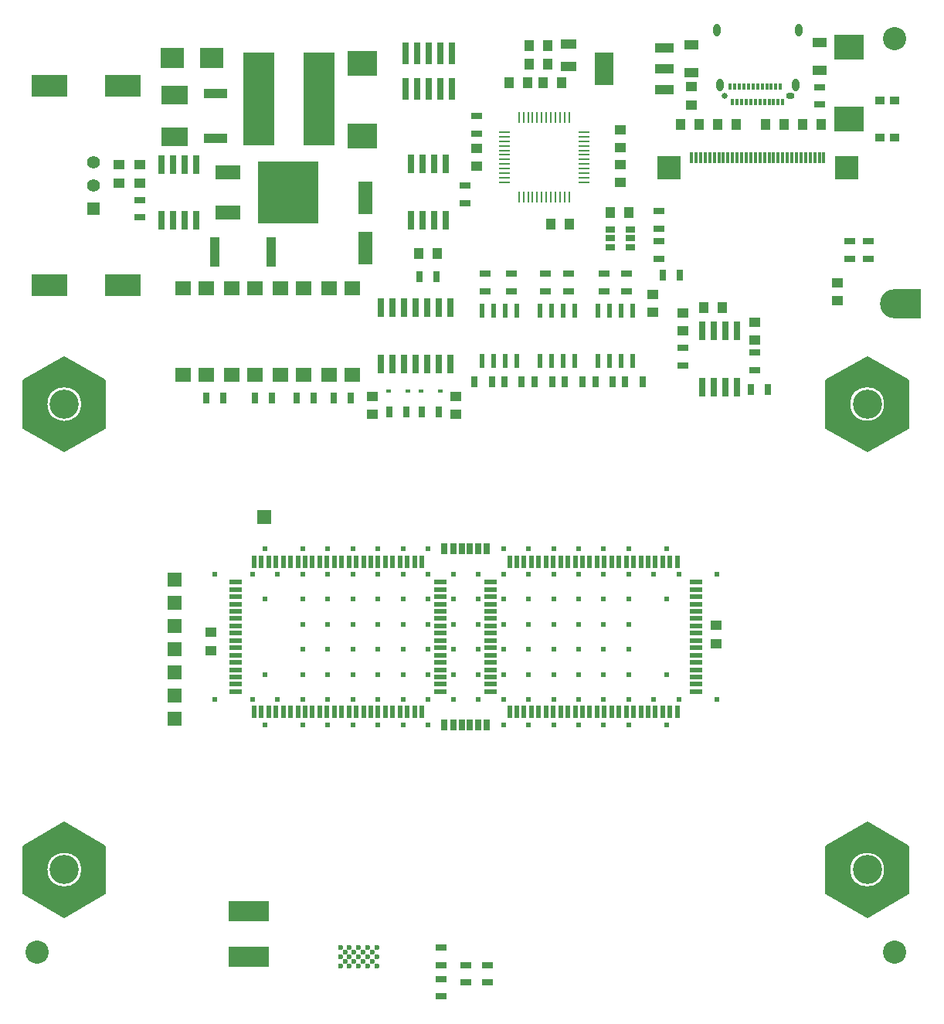
<source format=gbr>
%TF.GenerationSoftware,KiCad,Pcbnew,4.0.7-e2-6376~58~ubuntu16.04.1*%
%TF.CreationDate,2018-04-10T11:39:59+02:00*%
%TF.ProjectId,OpenDropV3,4F70656E44726F7056332E6B69636164,rev?*%
%TF.FileFunction,Soldermask,Bot*%
%FSLAX46Y46*%
G04 Gerber Fmt 4.6, Leading zero omitted, Abs format (unit mm)*
G04 Created by KiCad (PCBNEW 4.0.7-e2-6376~58~ubuntu16.04.1) date Tue Apr 10 11:39:59 2018*
%MOMM*%
%LPD*%
G01*
G04 APERTURE LIST*
%ADD10C,0.100000*%
%ADD11C,2.250000*%
%ADD12C,0.150000*%
%ADD13C,1.000000*%
%ADD14R,1.000000X1.250000*%
%ADD15R,1.800000X1.000000*%
%ADD16R,1.250000X1.000000*%
%ADD17R,1.700000X1.600000*%
%ADD18R,4.000500X2.400300*%
%ADD19R,1.300000X0.700000*%
%ADD20R,0.610000X1.520000*%
%ADD21R,0.700000X1.300000*%
%ADD22R,0.800000X1.300000*%
%ADD23R,2.780000X1.550000*%
%ADD24R,6.730000X6.740000*%
%ADD25R,1.397000X1.397000*%
%ADD26C,1.397000*%
%ADD27R,0.660400X2.032000*%
%ADD28R,1.000000X3.200000*%
%ADD29R,2.500000X1.000000*%
%ADD30R,3.200000X2.700000*%
%ADD31R,2.500000X2.300000*%
%ADD32C,2.540000*%
%ADD33R,1.501140X1.501140*%
%ADD34R,1.600200X3.599180*%
%ADD35R,3.500000X10.200000*%
%ADD36R,3.000000X2.000000*%
%ADD37R,1.060000X0.650000*%
%ADD38R,0.600000X0.450000*%
%ADD39C,0.604800*%
%ADD40R,0.740000X2.400000*%
%ADD41R,1.300000X0.250000*%
%ADD42R,0.250000X1.300000*%
%ADD43R,2.032000X3.657600*%
%ADD44R,2.032000X1.016000*%
%ADD45R,1.000000X0.900000*%
%ADD46O,0.800000X1.400000*%
%ADD47R,0.300000X0.700000*%
%ADD48O,0.950000X0.650000*%
%ADD49C,0.650000*%
%ADD50R,1.600000X1.000000*%
%ADD51C,3.200000*%
%ADD52R,3.000000X3.200000*%
%ADD53R,0.500000X1.480000*%
%ADD54R,1.480000X0.500000*%
%ADD55C,0.600000*%
%ADD56R,4.500000X2.200000*%
%ADD57R,0.300000X1.250000*%
%ADD58R,2.500000X2.500000*%
%ADD59R,1.500000X1.500000*%
G04 APERTURE END LIST*
D10*
D11*
X146982767Y-74000000D02*
G75*
G03X146982767Y-74000000I-2982767J0D01*
G01*
D12*
X139500000Y-71402000D02*
X139500000Y-76598000D01*
X148500000Y-71402000D02*
X148500000Y-76598000D01*
X144000000Y-68804000D02*
X148500000Y-71402000D01*
X139500000Y-71402000D02*
X144000000Y-68804000D01*
X144000000Y-79196000D02*
X139500000Y-76598000D01*
X148500000Y-76598000D02*
X144000000Y-79196000D01*
D13*
X140000000Y-71700000D02*
X144000000Y-69400000D01*
X140000000Y-76300000D02*
X140000000Y-71700000D01*
X144000000Y-78600000D02*
X140000000Y-76300000D01*
X148000000Y-76300000D02*
X144000000Y-78600000D01*
X148000000Y-71700000D02*
X148000000Y-76300000D01*
X144000000Y-69400000D02*
X148000000Y-71700000D01*
D11*
X146982767Y-125000000D02*
G75*
G03X146982767Y-125000000I-2982767J0D01*
G01*
D12*
X139500000Y-122402000D02*
X139500000Y-127598000D01*
X148500000Y-122402000D02*
X148500000Y-127598000D01*
X144000000Y-119804000D02*
X148500000Y-122402000D01*
X139500000Y-122402000D02*
X144000000Y-119804000D01*
X144000000Y-130196000D02*
X139500000Y-127598000D01*
X148500000Y-127598000D02*
X144000000Y-130196000D01*
D13*
X140000000Y-122700000D02*
X144000000Y-120400000D01*
X140000000Y-127300000D02*
X140000000Y-122700000D01*
X144000000Y-129600000D02*
X140000000Y-127300000D01*
X148000000Y-127300000D02*
X144000000Y-129600000D01*
X148000000Y-122700000D02*
X148000000Y-127300000D01*
X144000000Y-120400000D02*
X148000000Y-122700000D01*
D11*
X58982767Y-125000000D02*
G75*
G03X58982767Y-125000000I-2982767J0D01*
G01*
D12*
X51500000Y-122402000D02*
X51500000Y-127598000D01*
X60500000Y-122402000D02*
X60500000Y-127598000D01*
X56000000Y-119804000D02*
X60500000Y-122402000D01*
X51500000Y-122402000D02*
X56000000Y-119804000D01*
X56000000Y-130196000D02*
X51500000Y-127598000D01*
X60500000Y-127598000D02*
X56000000Y-130196000D01*
D13*
X52000000Y-122700000D02*
X56000000Y-120400000D01*
X52000000Y-127300000D02*
X52000000Y-122700000D01*
X56000000Y-129600000D02*
X52000000Y-127300000D01*
X60000000Y-127300000D02*
X56000000Y-129600000D01*
X60000000Y-122700000D02*
X60000000Y-127300000D01*
X56000000Y-120400000D02*
X60000000Y-122700000D01*
D11*
X58982767Y-74000000D02*
G75*
G03X58982767Y-74000000I-2982767J0D01*
G01*
D12*
X51500000Y-71402000D02*
X51500000Y-76598000D01*
X60500000Y-71402000D02*
X60500000Y-76598000D01*
X56000000Y-68804000D02*
X60500000Y-71402000D01*
X51500000Y-71402000D02*
X56000000Y-68804000D01*
X56000000Y-79196000D02*
X51500000Y-76598000D01*
X60500000Y-76598000D02*
X56000000Y-79196000D01*
D13*
X52000000Y-71700000D02*
X56000000Y-69400000D01*
X52000000Y-76300000D02*
X52000000Y-71700000D01*
X56000000Y-78600000D02*
X52000000Y-76300000D01*
X60000000Y-76300000D02*
X56000000Y-78600000D01*
X60000000Y-71700000D02*
X60000000Y-76300000D01*
X56000000Y-69400000D02*
X60000000Y-71700000D01*
D14*
X108950000Y-34757000D03*
X106950000Y-34757000D03*
D15*
X111252000Y-34523000D03*
X111252000Y-37023000D03*
D16*
X101219000Y-45949000D03*
X101219000Y-47949000D03*
D17*
X79677000Y-70817000D03*
X82217000Y-70817000D03*
X82217000Y-61317000D03*
X79677000Y-61317000D03*
D18*
X54419500Y-60960000D03*
X62420500Y-60960000D03*
D19*
X102156000Y-61619500D03*
X102156000Y-59719500D03*
D20*
X118285000Y-69244000D03*
X117015000Y-69244000D03*
X115745000Y-69244000D03*
X114475000Y-69244000D03*
X114475000Y-63779000D03*
X115745000Y-63779000D03*
X117015000Y-63779000D03*
X118285000Y-63779000D03*
X111935000Y-63779000D03*
X110665000Y-63779000D03*
X109395000Y-63779000D03*
X108125000Y-63779000D03*
X108125000Y-69244000D03*
X109395000Y-69244000D03*
X110665000Y-69244000D03*
X111935000Y-69244000D03*
D21*
X102852000Y-71591500D03*
X100952000Y-71591500D03*
D19*
X64262000Y-53528000D03*
X64262000Y-51628000D03*
X101219000Y-42443000D03*
X101219000Y-44343000D03*
X102410000Y-137367000D03*
X102410000Y-135467000D03*
X99997000Y-135467000D03*
X99997000Y-137367000D03*
X97330000Y-136991000D03*
X97330000Y-138891000D03*
X97330000Y-133562000D03*
X97330000Y-135462000D03*
D21*
X133126000Y-72363040D03*
X131226000Y-72363040D03*
D19*
X131668000Y-70265040D03*
X131668000Y-68365040D03*
X123794000Y-69757040D03*
X123794000Y-67857040D03*
D21*
X116139000Y-71587000D03*
X114239000Y-71587000D03*
X109456000Y-71591500D03*
X107556000Y-71591500D03*
X104206000Y-71587000D03*
X106106000Y-71587000D03*
X110858000Y-71591500D03*
X112758000Y-71591500D03*
X95189000Y-74889000D03*
X97089000Y-74889000D03*
X87437000Y-73365000D03*
X85537000Y-73365000D03*
X71567000Y-73365000D03*
X73467000Y-73365000D03*
X81473000Y-73365000D03*
X83373000Y-73365000D03*
X76901000Y-73365000D03*
X78801000Y-73365000D03*
D19*
X117650000Y-61619500D03*
X117650000Y-59719500D03*
D21*
X117462000Y-71591500D03*
X119362000Y-71591500D03*
D19*
X138811000Y-41168000D03*
X138811000Y-39268000D03*
X144145000Y-56159000D03*
X144145000Y-58059000D03*
D21*
X121605000Y-59903000D03*
X123505000Y-59903000D03*
D19*
X142113000Y-56159000D03*
X142113000Y-58059000D03*
X115175000Y-61625000D03*
X115175000Y-59725000D03*
X108760000Y-61619500D03*
X108760000Y-59719500D03*
X104975000Y-61625000D03*
X104975000Y-59725000D03*
X111300000Y-61619500D03*
X111300000Y-59719500D03*
X99949000Y-51963000D03*
X99949000Y-50063000D03*
D21*
X93533000Y-74889000D03*
X91633000Y-74889000D03*
X94935000Y-60030000D03*
X96835000Y-60030000D03*
D22*
X98625000Y-89875000D03*
D21*
X97675000Y-89875000D03*
X99575000Y-89875000D03*
D23*
X73932000Y-48620000D03*
D24*
X80567000Y-50800000D03*
D23*
X73932000Y-52980000D03*
D17*
X69009000Y-70817000D03*
X71549000Y-70817000D03*
X71549000Y-61317000D03*
X69009000Y-61317000D03*
X85011000Y-70817000D03*
X87551000Y-70817000D03*
X87551000Y-61317000D03*
X85011000Y-61317000D03*
X74343000Y-70817000D03*
X76883000Y-70817000D03*
X76883000Y-61317000D03*
X74343000Y-61317000D03*
D20*
X105585000Y-69244000D03*
X104315000Y-69244000D03*
X103045000Y-69244000D03*
X101775000Y-69244000D03*
X101775000Y-63779000D03*
X103045000Y-63779000D03*
X104315000Y-63779000D03*
X105585000Y-63779000D03*
D16*
X123794000Y-65997040D03*
X123794000Y-63997040D03*
D25*
X59230000Y-52605000D03*
D26*
X59230000Y-50065000D03*
X59230000Y-47525000D03*
D27*
X129763000Y-72134440D03*
X128493000Y-72134440D03*
X127223000Y-72134440D03*
X125953000Y-72134440D03*
X125953000Y-65987640D03*
X127223000Y-65987640D03*
X128493000Y-65987640D03*
X129763000Y-65987640D03*
D28*
X72465000Y-57363000D03*
X78665000Y-57363000D03*
D29*
X72565000Y-44895000D03*
X72565000Y-39995000D03*
D16*
X61976000Y-49768000D03*
X61976000Y-47768000D03*
X64262000Y-47768000D03*
X64262000Y-49768000D03*
D30*
X88646000Y-36690000D03*
X88646000Y-44590000D03*
D16*
X127432000Y-98246000D03*
X127432000Y-100246000D03*
X72060000Y-101008000D03*
X72060000Y-99008000D03*
D31*
X67875000Y-36095000D03*
X72175000Y-36095000D03*
D32*
X147000000Y-34000000D03*
X147000000Y-134000000D03*
X53000000Y-134000000D03*
D16*
X131668000Y-65013040D03*
X131668000Y-67013040D03*
D14*
X126127000Y-63459000D03*
X128127000Y-63459000D03*
D22*
X101375000Y-109125000D03*
D21*
X100425000Y-109125000D03*
X102325000Y-109125000D03*
D22*
X101375000Y-89875000D03*
D21*
X100425000Y-89875000D03*
X102325000Y-89875000D03*
D22*
X98625000Y-109125000D03*
D21*
X99575000Y-109125000D03*
X97675000Y-109125000D03*
D18*
X62420500Y-39116000D03*
X54419500Y-39116000D03*
D14*
X106791000Y-38821000D03*
X104791000Y-38821000D03*
D16*
X140716000Y-62681000D03*
X140716000Y-60681000D03*
D14*
X108950000Y-36789000D03*
X106950000Y-36789000D03*
D16*
X116967000Y-45917000D03*
X116967000Y-43917000D03*
D33*
X68120000Y-103405000D03*
X68120000Y-108485000D03*
X68120000Y-95785000D03*
X68120000Y-93245000D03*
X68120000Y-105945000D03*
X68120000Y-98325000D03*
X68120000Y-100865000D03*
D34*
X89000000Y-51374180D03*
X89000000Y-56875820D03*
D35*
X83945000Y-40599000D03*
X77345000Y-40599000D03*
D14*
X125587000Y-43393000D03*
X123587000Y-43393000D03*
X136922000Y-43393000D03*
X138922000Y-43393000D03*
X127651000Y-43393000D03*
X129651000Y-43393000D03*
X134858000Y-43393000D03*
X132858000Y-43393000D03*
X117840000Y-53045000D03*
X115840000Y-53045000D03*
D36*
X68120000Y-40145000D03*
X68120000Y-44745000D03*
D16*
X120523000Y-63951000D03*
X120523000Y-61951000D03*
D27*
X66675000Y-47726600D03*
X67945000Y-47726600D03*
X69215000Y-47726600D03*
X70485000Y-47726600D03*
X70485000Y-53873400D03*
X69215000Y-53873400D03*
X67945000Y-53873400D03*
X66675000Y-53873400D03*
X93980000Y-47685600D03*
X95250000Y-47685600D03*
X96520000Y-47685600D03*
X97790000Y-47685600D03*
X97790000Y-53832400D03*
X96520000Y-53832400D03*
X95250000Y-53832400D03*
X93980000Y-53832400D03*
D37*
X115867000Y-56789000D03*
X115867000Y-55839000D03*
X115867000Y-54889000D03*
X118067000Y-54889000D03*
X118067000Y-56789000D03*
X118067000Y-55839000D03*
D16*
X89789000Y-73127000D03*
X89789000Y-75127000D03*
X98933000Y-75127000D03*
X98933000Y-73127000D03*
D14*
X94885000Y-57490000D03*
X96885000Y-57490000D03*
D38*
X91533000Y-72603000D03*
X93633000Y-72603000D03*
X97189000Y-72603000D03*
X95089000Y-72603000D03*
D27*
X90690000Y-63426600D03*
X91960000Y-63426600D03*
X93230000Y-63426600D03*
X94500000Y-63426600D03*
X95770000Y-63426600D03*
X97040000Y-63426600D03*
X98310000Y-63426600D03*
X98310000Y-69573400D03*
X97040000Y-69573400D03*
X94500000Y-69573400D03*
X93230000Y-69573400D03*
X91960000Y-69573400D03*
X90690000Y-69573400D03*
X95770000Y-69573400D03*
D14*
X108474000Y-38821000D03*
X110474000Y-38821000D03*
D39*
X82125000Y-92625000D03*
X82125000Y-106375000D03*
X84875000Y-92625000D03*
X84875000Y-95375000D03*
X84875000Y-98125000D03*
X84875000Y-100875000D03*
X84875000Y-103625000D03*
X84875000Y-106375000D03*
X87625000Y-92625000D03*
X87625000Y-95375000D03*
X87625000Y-98125000D03*
X87625000Y-100875000D03*
X87625000Y-103625000D03*
X87625000Y-106375000D03*
X90375000Y-92625000D03*
X90375000Y-95375000D03*
X90375000Y-98125000D03*
X90375000Y-100875000D03*
X90375000Y-103625000D03*
X90375000Y-106375000D03*
X93125000Y-92625000D03*
X93125000Y-95375000D03*
X93125000Y-98125000D03*
X93125000Y-100875000D03*
X93125000Y-103625000D03*
X93125000Y-106375000D03*
X95875000Y-92625000D03*
X95875000Y-95375000D03*
X95875000Y-98125000D03*
X95875000Y-100875000D03*
X95875000Y-103625000D03*
X95875000Y-106375000D03*
X98625000Y-92625000D03*
X98625000Y-95375000D03*
X98625000Y-98125000D03*
X98625000Y-100875000D03*
X98625000Y-103625000D03*
X98625000Y-106375000D03*
X101375000Y-92625000D03*
X101375000Y-95375000D03*
X101375000Y-98125000D03*
X101375000Y-100875000D03*
X101375000Y-103625000D03*
X101375000Y-106375000D03*
X104125000Y-92625000D03*
X104125000Y-95375000D03*
X104125000Y-98125000D03*
X104125000Y-100875000D03*
X104125000Y-103625000D03*
X104125000Y-106375000D03*
X106875000Y-92625000D03*
X106875000Y-95375000D03*
X106875000Y-98125000D03*
X106875000Y-100875000D03*
X106875000Y-103625000D03*
X106875000Y-106375000D03*
X109625000Y-92625000D03*
X109625000Y-95375000D03*
X109625000Y-98125000D03*
X109625000Y-100875000D03*
X109625000Y-103625000D03*
X109625000Y-106375000D03*
X112375000Y-92625000D03*
X112375000Y-95375000D03*
X112375000Y-98125000D03*
X112375000Y-100875000D03*
X112375000Y-103625000D03*
X112375000Y-106375000D03*
X115125000Y-92625000D03*
X115125000Y-95375000D03*
X115125000Y-98125000D03*
X115125000Y-100875000D03*
X115125000Y-103625000D03*
X115125000Y-106375000D03*
X117875000Y-92625000D03*
X117875000Y-106375000D03*
X84875000Y-89875000D03*
X84875000Y-109125000D03*
X87625000Y-89875000D03*
X87625000Y-109125000D03*
X90375000Y-89875000D03*
X90375000Y-109125000D03*
X93125000Y-89875000D03*
X93125000Y-109125000D03*
X95875000Y-89875000D03*
X95875000Y-109125000D03*
X98625000Y-89875000D03*
X98625000Y-109125000D03*
X101375000Y-89875000D03*
X101375000Y-109125000D03*
X104125000Y-89875000D03*
X104125000Y-109125000D03*
X106875000Y-89875000D03*
X106875000Y-109125000D03*
X109625000Y-89875000D03*
X109625000Y-109125000D03*
X112375000Y-89875000D03*
X112375000Y-109125000D03*
X115125000Y-89875000D03*
X115125000Y-109125000D03*
X82125000Y-95375000D03*
X82125000Y-98125000D03*
X82125000Y-100875000D03*
X82125000Y-103625000D03*
X117875000Y-95375000D03*
X117875000Y-98125000D03*
X117875000Y-100875000D03*
X117875000Y-103625000D03*
X120625000Y-106375000D03*
X120625000Y-92625000D03*
X79375000Y-106375000D03*
X79375000Y-92625000D03*
X78000000Y-89875000D03*
X78000000Y-103625000D03*
X122000000Y-95375000D03*
X122000000Y-109125000D03*
X78000000Y-95375000D03*
X78000000Y-109125000D03*
X122000000Y-89875000D03*
X122000000Y-103625000D03*
X82125000Y-89875000D03*
X82125000Y-109125000D03*
X117875000Y-89875000D03*
X117875000Y-109125000D03*
D40*
X98475800Y-39475600D03*
X98475800Y-35575600D03*
X97205800Y-39475600D03*
X97205800Y-35575600D03*
X95935800Y-39475600D03*
X95935800Y-35575600D03*
X94665800Y-39475600D03*
X94665800Y-35575600D03*
X93395800Y-39475600D03*
X93395800Y-35575600D03*
D41*
X112935000Y-44199000D03*
X112935000Y-44699000D03*
X112935000Y-45199000D03*
X112935000Y-45699000D03*
X112935000Y-46199000D03*
X112935000Y-46699000D03*
X112935000Y-47199000D03*
X112935000Y-47699000D03*
X112935000Y-48199000D03*
X112935000Y-48699000D03*
X112935000Y-49199000D03*
X112935000Y-49699000D03*
D42*
X111335000Y-51299000D03*
X110835000Y-51299000D03*
X110335000Y-51299000D03*
X109835000Y-51299000D03*
X109335000Y-51299000D03*
X108835000Y-51299000D03*
X108335000Y-51299000D03*
X107835000Y-51299000D03*
X107335000Y-51299000D03*
X106835000Y-51299000D03*
X106335000Y-51299000D03*
X105835000Y-51299000D03*
D41*
X104235000Y-49699000D03*
X104235000Y-49199000D03*
X104235000Y-48699000D03*
X104235000Y-48199000D03*
X104235000Y-47699000D03*
X104235000Y-47199000D03*
X104235000Y-46699000D03*
X104235000Y-46199000D03*
X104235000Y-45699000D03*
X104235000Y-45199000D03*
X104235000Y-44699000D03*
X104235000Y-44199000D03*
D42*
X105835000Y-42599000D03*
X106335000Y-42599000D03*
X106835000Y-42599000D03*
X107335000Y-42599000D03*
X107835000Y-42599000D03*
X108335000Y-42599000D03*
X108835000Y-42599000D03*
X109335000Y-42599000D03*
X109835000Y-42599000D03*
X110335000Y-42599000D03*
X110835000Y-42599000D03*
X111335000Y-42599000D03*
D14*
X111363000Y-54315000D03*
X109363000Y-54315000D03*
D16*
X116967000Y-47727000D03*
X116967000Y-49727000D03*
D43*
X115189000Y-37297000D03*
D44*
X121793000Y-37297000D03*
X121793000Y-39583000D03*
X121793000Y-35011000D03*
D30*
X141986000Y-34871000D03*
X141986000Y-42771000D03*
D45*
X146977000Y-44808000D03*
X145377000Y-44808000D03*
X146977000Y-40708000D03*
X145377000Y-40708000D03*
D46*
X127870000Y-39010000D03*
D47*
X129250000Y-40920000D03*
X129750000Y-40920000D03*
X130250000Y-40920000D03*
X130750000Y-40920000D03*
X131250000Y-40920000D03*
X131750000Y-40920000D03*
X132250000Y-40920000D03*
X134750000Y-40920000D03*
X133750000Y-40920000D03*
X133250000Y-40920000D03*
X132750000Y-40920000D03*
X134250000Y-40920000D03*
X134500000Y-39220000D03*
D46*
X136130000Y-39010000D03*
X136490000Y-33060000D03*
X127510000Y-33060000D03*
D48*
X135600000Y-40260000D03*
D49*
X128400000Y-40260000D03*
D47*
X134000000Y-39220000D03*
X133500000Y-39220000D03*
X133000000Y-39220000D03*
X132500000Y-39220000D03*
X132000000Y-39220000D03*
X131500000Y-39220000D03*
X131000000Y-39220000D03*
X130500000Y-39220000D03*
X130000000Y-39220000D03*
X129500000Y-39220000D03*
X129000000Y-39220000D03*
D50*
X138811000Y-34400000D03*
X138811000Y-37400000D03*
X124714000Y-37654000D03*
X124714000Y-34654000D03*
D16*
X124714000Y-41218000D03*
X124714000Y-39218000D03*
D51*
X146963000Y-63000000D03*
D52*
X148463000Y-63000000D03*
D39*
X127500000Y-92625000D03*
X127500000Y-106375000D03*
X72500000Y-106375000D03*
X72500000Y-92625000D03*
D53*
X104800000Y-91260000D03*
X105600000Y-91260000D03*
X106400000Y-91260000D03*
X107200000Y-91260000D03*
X108000000Y-91260000D03*
X108800000Y-91260000D03*
X109600000Y-91260000D03*
X110400000Y-91260000D03*
X111200000Y-91260000D03*
X112000000Y-91260000D03*
X112800000Y-91260000D03*
X113600000Y-91260000D03*
X114400000Y-91260000D03*
X115200000Y-91260000D03*
X116000000Y-91260000D03*
X116800000Y-91260000D03*
X117600000Y-91260000D03*
X118400000Y-91260000D03*
X119200000Y-91260000D03*
X120000000Y-91260000D03*
X120800000Y-91260000D03*
X121600000Y-91260000D03*
X122400000Y-91260000D03*
X123200000Y-91260000D03*
D54*
X125240000Y-93500000D03*
X125240000Y-94300000D03*
X125240000Y-95100000D03*
X125240000Y-95900000D03*
X125240000Y-96700000D03*
X125240000Y-97500000D03*
X125240000Y-98300000D03*
X125240000Y-99100000D03*
X125240000Y-99900000D03*
X125240000Y-100700000D03*
X125240000Y-101500000D03*
X125240000Y-102300000D03*
X125240000Y-103100000D03*
X125240000Y-103900000D03*
X125240000Y-104700000D03*
X125240000Y-105500000D03*
D53*
X123200000Y-107740000D03*
X122400000Y-107740000D03*
X121600000Y-107740000D03*
X120800000Y-107740000D03*
X120000000Y-107740000D03*
X119200000Y-107740000D03*
X118400000Y-107740000D03*
X117600000Y-107740000D03*
X116800000Y-107740000D03*
X116000000Y-107740000D03*
X115200000Y-107740000D03*
X114400000Y-107740000D03*
X113600000Y-107740000D03*
X112800000Y-107740000D03*
X112000000Y-107740000D03*
X111200000Y-107740000D03*
X110400000Y-107740000D03*
X109600000Y-107740000D03*
X108800000Y-107740000D03*
X108000000Y-107740000D03*
X107200000Y-107740000D03*
X106400000Y-107740000D03*
X105600000Y-107740000D03*
X104800000Y-107740000D03*
D54*
X102760000Y-105500000D03*
X102760000Y-104700000D03*
X102760000Y-103900000D03*
X102760000Y-103100000D03*
X102760000Y-102300000D03*
X102760000Y-101500000D03*
X102760000Y-100700000D03*
X102760000Y-99900000D03*
X102760000Y-99100000D03*
X102760000Y-98300000D03*
X102760000Y-97500000D03*
X102760000Y-96700000D03*
X102760000Y-95900000D03*
X102760000Y-95100000D03*
X102760000Y-94300000D03*
X102760000Y-93500000D03*
D53*
X95200000Y-107740000D03*
X94400000Y-107740000D03*
X93600000Y-107740000D03*
X92800000Y-107740000D03*
X92000000Y-107740000D03*
X91200000Y-107740000D03*
X90400000Y-107740000D03*
X89600000Y-107740000D03*
X88800000Y-107740000D03*
X88000000Y-107740000D03*
X87200000Y-107740000D03*
X86400000Y-107740000D03*
X85600000Y-107740000D03*
X84800000Y-107740000D03*
X84000000Y-107740000D03*
X83200000Y-107740000D03*
X82400000Y-107740000D03*
X81600000Y-107740000D03*
X80800000Y-107740000D03*
X80000000Y-107740000D03*
X79200000Y-107740000D03*
X78400000Y-107740000D03*
X77600000Y-107740000D03*
X76800000Y-107740000D03*
D54*
X74760000Y-105500000D03*
X74760000Y-104700000D03*
X74760000Y-103900000D03*
X74760000Y-103100000D03*
X74760000Y-102300000D03*
X74760000Y-101500000D03*
X74760000Y-100700000D03*
X74760000Y-99900000D03*
X74760000Y-99100000D03*
X74760000Y-98300000D03*
X74760000Y-97500000D03*
X74760000Y-96700000D03*
X74760000Y-95900000D03*
X74760000Y-95100000D03*
X74760000Y-94300000D03*
X74760000Y-93500000D03*
D53*
X76800000Y-91260000D03*
X77600000Y-91260000D03*
X78400000Y-91260000D03*
X79200000Y-91260000D03*
X80000000Y-91260000D03*
X80800000Y-91260000D03*
X81600000Y-91260000D03*
X82400000Y-91260000D03*
X83200000Y-91260000D03*
X84000000Y-91260000D03*
X84800000Y-91260000D03*
X85600000Y-91260000D03*
X86400000Y-91260000D03*
X87200000Y-91260000D03*
X88000000Y-91260000D03*
X88800000Y-91260000D03*
X89600000Y-91260000D03*
X90400000Y-91260000D03*
X91200000Y-91260000D03*
X92000000Y-91260000D03*
X92800000Y-91260000D03*
X93600000Y-91260000D03*
X94400000Y-91260000D03*
X95200000Y-91260000D03*
D54*
X97240000Y-93500000D03*
X97240000Y-94300000D03*
X97240000Y-95100000D03*
X97240000Y-95900000D03*
X97240000Y-96700000D03*
X97240000Y-97500000D03*
X97240000Y-98300000D03*
X97240000Y-99100000D03*
X97240000Y-99900000D03*
X97240000Y-100700000D03*
X97240000Y-101500000D03*
X97240000Y-102300000D03*
X97240000Y-103100000D03*
X97240000Y-103900000D03*
X97240000Y-104700000D03*
X97240000Y-105500000D03*
D39*
X76625000Y-92625000D03*
X76625000Y-106375000D03*
X123375000Y-92625000D03*
X123375000Y-106375000D03*
D55*
X90265000Y-135539000D03*
X89265000Y-135539000D03*
X88265000Y-135539000D03*
X87265000Y-135539000D03*
X86265000Y-135539000D03*
X90265000Y-134539000D03*
X89765000Y-135039000D03*
X89265000Y-134539000D03*
X88765000Y-135039000D03*
X88265000Y-134539000D03*
X87765000Y-135039000D03*
X87265000Y-134539000D03*
X86765000Y-135039000D03*
X86265000Y-134539000D03*
X90265000Y-133539000D03*
X89765000Y-134039000D03*
X89265000Y-133539000D03*
X88765000Y-134039000D03*
X88265000Y-133539000D03*
X87765000Y-134039000D03*
X87265000Y-133539000D03*
X86765000Y-134039000D03*
X86265000Y-133539000D03*
D56*
X76265000Y-129539000D03*
X76265000Y-134539000D03*
D57*
X139250000Y-47025000D03*
X137250000Y-47025000D03*
X137750000Y-47025000D03*
X138750000Y-47025000D03*
X138250000Y-47025000D03*
X136250000Y-47025000D03*
X136750000Y-47025000D03*
X135750000Y-47025000D03*
X135250000Y-47025000D03*
X132250000Y-47025000D03*
X132750000Y-47025000D03*
X133750000Y-47025000D03*
X133250000Y-47025000D03*
X134750000Y-47025000D03*
X134250000Y-47025000D03*
X126750000Y-47025000D03*
X127250000Y-47025000D03*
X125750000Y-47025000D03*
X126250000Y-47025000D03*
X125250000Y-47025000D03*
X124750000Y-47025000D03*
X127750000Y-47025000D03*
X128250000Y-47025000D03*
X129250000Y-47025000D03*
X128750000Y-47025000D03*
X130750000Y-47025000D03*
X131250000Y-47025000D03*
X130250000Y-47025000D03*
X129750000Y-47025000D03*
D58*
X122250000Y-48125000D03*
X141750000Y-48125000D03*
D57*
X131750000Y-47025000D03*
D19*
X121158000Y-54757000D03*
X121158000Y-52857000D03*
X121158000Y-56159000D03*
X121158000Y-58059000D03*
D51*
X144000000Y-74000000D03*
X144000000Y-125000000D03*
X56000000Y-125000000D03*
X56000000Y-74000000D03*
D59*
X77875000Y-86375000D03*
M02*

</source>
